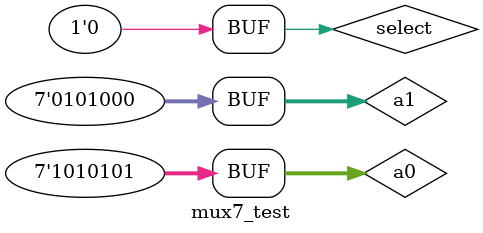
<source format=v>
`timescale 1ns / 1ps


module mux7_test;

	// Inputs
	reg select;
	reg [6:0] a0;
	reg [6:0] a1;

	// Outputs
	wire [6:0] b;

	// Instantiate the Unit Under Test (UUT)
	mux7 uut (
		.select(select), 
		.a0(a0), 
		.a1(a1), 
		.b(b)
	);

	initial begin
		// Initialize Inputs
		select = 0;
		a0 = 7'b1010101;
		a1 = 7'b0101000;

		// Wait 100 ns for global reset to finish
		#100;
		
		select=1;
		#500;
		select=0;    
		// Add stimulus here

	end
      
endmodule


</source>
